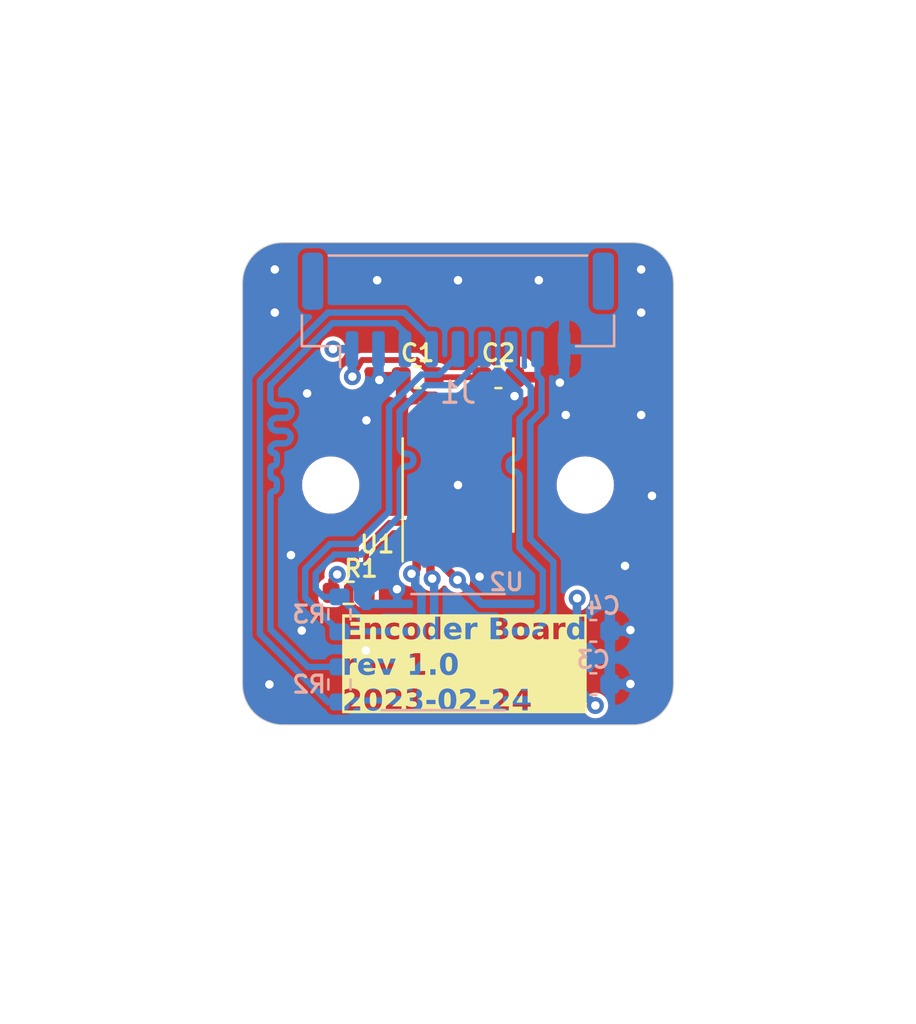
<source format=kicad_pcb>
(kicad_pcb (version 20221018) (generator pcbnew)
  (title_block (title "SN65LVDS050 to AS5048B Board") (date "2023-02-24") (rev "1.0") (comment 1 "creativecommons.org/licences/by/4.0/") (comment 2 "Licence: CC by 4.0") (comment 3 "Author: Jordan Aceto"))
  (layers (0 "F.Cu" signal) (1 "In1.Cu" signal) (2 "In2.Cu" signal) (31 "B.Cu" signal) (34 "B.Paste" user) (35 "F.Paste" user) (36 "B.SilkS" user "B.Silkscreen") (37 "F.SilkS" user "F.Silkscreen") (38 "B.Mask" user) (39 "F.Mask" user) (44 "Edge.Cuts" user))
  (net 0 "")
  (net 1 "GND")
  (net 2 "+3V3")
  (net 3 "Net-(U1-MOSI)")
  (net 4 "Net-(U1-~{CSn})")
  (net 5 "Net-(U1-CLK)")
  (net 6 "Net-(U1-MISO)")
  (net 13 "/2D-")
  (net 14 "/2D+")
  (net 15 "/2R-")
  (net 16 "/2R+")
  (net 17 "/1R-")
  (net 18 "/1R+")
  (footprint "MountingHole:MountingHole_2.2mm_M2" (layer "F.Cu") (at 154.59 101.6)
    (fp_text reference "H1" hide)
    (fp_text value "MountingHole" hide)
    (pad "" np_thru_hole circle locked (at 0 0) (size 2.2 2.2) (drill 2.2) (layers "*.Cu" "*.Mask"))
  )
  (footprint "MountingHole:MountingHole_2.2mm_M2" (layer "F.Cu") (at 142.59 101.6)
    (fp_text reference "H2" hide)
    (fp_text value "MountingHole" hide)
    (pad "" np_thru_hole circle locked (at 0 0) (size 2.2 2.2) (drill 2.2) (layers "*.Cu" "*.Mask"))
  )
  (footprint "Package_SO:TSSOP-14_4.4x5mm_P0.65mm" (layer "F.Cu") (at 148.59 101.6 90)
    (fp_text reference "U1" (at -2.794 -3.81) (layer "F.SilkS") (effects (font (size 0.8 0.8))))
    (fp_text value "AS5048A")
    (fp_line (start 0 -2.61) (end -3.6 -2.61) (stroke (width 0.12)) (layer "F.SilkS"))
    (fp_line (start 0 -2.61) (end 2.2 -2.61) (stroke (width 0.12)) (layer "F.SilkS"))
    (fp_line (start 0 2.61) (end -2.2 2.61) (stroke (width 0.12)) (layer "F.SilkS"))
    (fp_line (start 0 2.61) (end 2.2 2.61) (stroke (width 0.12)) (layer "F.SilkS"))
    (pad "1" smd roundrect locked (at -2.8625 -1.95 90) (size 1.475 0.4) (layers "F.Cu" "F.Paste" "F.Mask") (net 4 "Net-(U1-~{CSn})"))
    (pad "2" smd roundrect locked (at -2.8625 -1.3 90) (size 1.475 0.4) (layers "F.Cu" "F.Paste" "F.Mask") (net 5 "Net-(U1-CLK)"))
    (pad "3" smd roundrect locked (at -2.8625 -0.65 90) (size 1.475 0.4) (layers "F.Cu" "F.Paste" "F.Mask") (net 6 "Net-(U1-MISO)"))
    (pad "4" smd roundrect locked (at -2.8625 0 90) (size 1.475 0.4) (layers "F.Cu" "F.Paste" "F.Mask") (net 3 "Net-(U1-MOSI)"))
    (pad "5" smd roundrect locked (at -2.8625 0.65 90) (size 1.475 0.4) (layers "F.Cu" "F.Paste" "F.Mask") (net 1 "GND"))
    (pad "6" smd roundrect locked (at -2.8625 1.3 90) (size 1.475 0.4) (layers "F.Cu" "F.Paste" "F.Mask"))
    (pad "7" smd roundrect locked (at -2.8625 1.95 90) (size 1.475 0.4) (layers "F.Cu" "F.Paste" "F.Mask"))
    (pad "8" smd roundrect locked (at 2.8625 1.95 90) (size 1.475 0.4) (layers "F.Cu" "F.Paste" "F.Mask"))
    (pad "9" smd roundrect locked (at 2.8625 1.3 90) (size 1.475 0.4) (layers "F.Cu" "F.Paste" "F.Mask"))
    (pad "10" smd roundrect locked (at 2.8625 0.65 90) (size 1.475 0.4) (layers "F.Cu" "F.Paste" "F.Mask"))
    (pad "11" smd roundrect locked (at 2.8625 0 90) (size 1.475 0.4) (layers "F.Cu" "F.Paste" "F.Mask") (net 2 "+3V3"))
    (pad "12" smd roundrect locked (at 2.8625 -0.65 90) (size 1.475 0.4) (layers "F.Cu" "F.Paste" "F.Mask") (net 2 "+3V3"))
    (pad "13" smd roundrect locked (at 2.8625 -1.3 90) (size 1.475 0.4) (layers "F.Cu" "F.Paste" "F.Mask") (net 1 "GND"))
    (pad "14" smd roundrect locked (at 2.8625 -1.95 90) (size 1.475 0.4) (layers "F.Cu" "F.Paste" "F.Mask"))
  )
  (footprint "Capacitor_SMD:C_0603_1608Metric" (layer "F.Cu") (at 146.685 96.52 180)
    (fp_text reference "C1" (at 0 1.143) (layer "F.SilkS") (effects (font (size 0.8 0.8))))
    (fp_text value "10µF")
    (fp_line (start -0.14058 -0.51) (end 0.14058 -0.51) (stroke (width 0.12)) (layer "F.SilkS"))
    (fp_line (start -0.14058 0.51) (end 0.14058 0.51) (stroke (width 0.12)) (layer "F.SilkS"))
    (pad "1" smd roundrect (at -0.775 0 180) (size 0.9 0.95) (layers "F.Cu" "F.Paste" "F.Mask") (net 2 "+3V3"))
    (pad "2" smd roundrect (at 0.775 0 180) (size 0.9 0.95) (layers "F.Cu" "F.Paste" "F.Mask") (net 1 "GND"))
  )
  (footprint "Resistor_SMD:R_0603_1608Metric" (layer "F.Cu") (at 143.4338 106.68)
    (fp_text reference "R1" (at 0.5842 -1.143) (layer "F.SilkS") (effects (font (size 0.8 0.8))))
    (fp_text value "620")
    (fp_line (start -0.237258 -0.5225) (end 0.237258 -0.5225) (stroke (width 0.12)) (layer "F.SilkS"))
    (fp_line (start -0.237258 0.5225) (end 0.237258 0.5225) (stroke (width 0.12)) (layer "F.SilkS"))
    (pad "1" smd roundrect (at -0.825 0) (size 0.8 0.95) (layers "F.Cu" "F.Paste" "F.Mask") (net 2 "+3V3"))
    (pad "2" smd roundrect (at 0.825 0) (size 0.8 0.95) (layers "F.Cu" "F.Paste" "F.Mask") (net 3 "Net-(U1-MOSI)"))
  )
  (footprint "Capacitor_SMD:C_0603_1608Metric" (layer "F.Cu") (at 150.495 96.52)
    (fp_text reference "C2" (at 0 -1.143) (layer "F.SilkS") (effects (font (size 0.8 0.8))))
    (fp_text value "100nF")
    (fp_line (start -0.14058 -0.51) (end 0.14058 -0.51) (stroke (width 0.12)) (layer "F.SilkS"))
    (fp_line (start -0.14058 0.51) (end 0.14058 0.51) (stroke (width 0.12)) (layer "F.SilkS"))
    (pad "1" smd roundrect (at -0.775 0) (size 0.9 0.95) (layers "F.Cu" "F.Paste" "F.Mask") (net 2 "+3V3"))
    (pad "2" smd roundrect (at 0.775 0) (size 0.9 0.95) (layers "F.Cu" "F.Paste" "F.Mask") (net 1 "GND"))
  )
  (footprint "Package_SO:TSSOP-16_4.4x5mm_P0.65mm" (layer "B.Cu") (at 148.59 109.474)
    (fp_text reference "U2" (at 2.286 -3.302) (layer "B.SilkS") (effects (font (size 0.8 0.8)) (justify mirror)))
    (fp_text value "SN65LVDS050PW")
    (fp_line (start 0 -2.735) (end -2.2 -2.735) (stroke (width 0.12)) (layer "B.SilkS"))
    (fp_line (start 0 -2.735) (end 2.2 -2.735) (stroke (width 0.12)) (layer "B.SilkS"))
    (fp_line (start 0 2.735) (end -3.6 2.735) (stroke (width 0.12)) (layer "B.SilkS"))
    (fp_line (start 0 2.735) (end 2.2 2.735) (stroke (width 0.12)) (layer "B.SilkS"))
    (pad "1" smd roundrect (at -2.8625 2.275) (size 1.475 0.4) (layers "B.Cu" "B.Paste" "B.Mask") (net 17 "/1R-"))
    (pad "2" smd roundrect (at -2.8625 1.625) (size 1.475 0.4) (layers "B.Cu" "B.Paste" "B.Mask") (net 18 "/1R+"))
    (pad "3" smd roundrect (at -2.8625 0.975) (size 1.475 0.4) (layers "B.Cu" "B.Paste" "B.Mask") (net 5 "Net-(U1-CLK)"))
    (pad "4" smd roundrect (at -2.8625 0.325) (size 1.475 0.4) (layers "B.Cu" "B.Paste" "B.Mask") (net 1 "GND"))
    (pad "5" smd roundrect (at -2.8625 -0.325) (size 1.475 0.4) (layers "B.Cu" "B.Paste" "B.Mask") (net 4 "Net-(U1-~{CSn})"))
    (pad "6" smd roundrect (at -2.8625 -0.975) (size 1.475 0.4) (layers "B.Cu" "B.Paste" "B.Mask") (net 16 "/2R+"))
    (pad "7" smd roundrect (at -2.8625 -1.625) (size 1.475 0.4) (layers "B.Cu" "B.Paste" "B.Mask") (net 15 "/2R-"))
    (pad "8" smd roundrect (at -2.8625 -2.275) (size 1.475 0.4) (layers "B.Cu" "B.Paste" "B.Mask") (net 1 "GND"))
    (pad "9" smd roundrect (at 2.8625 -2.275) (size 1.475 0.4) (layers "B.Cu" "B.Paste" "B.Mask") (net 6 "Net-(U1-MISO)"))
    (pad "10" smd roundrect (at 2.8625 -1.625) (size 1.475 0.4) (layers "B.Cu" "B.Paste" "B.Mask") (net 14 "/2D+"))
    (pad "11" smd roundrect (at 2.8625 -0.975) (size 1.475 0.4) (layers "B.Cu" "B.Paste" "B.Mask") (net 13 "/2D-"))
    (pad "12" smd roundrect (at 2.8625 -0.325) (size 1.475 0.4) (layers "B.Cu" "B.Paste" "B.Mask") (net 2 "+3V3"))
    (pad "13" smd roundrect (at 2.8625 0.325) (size 1.475 0.4) (layers "B.Cu" "B.Paste" "B.Mask"))
    (pad "14" smd roundrect (at 2.8625 0.975) (size 1.475 0.4) (layers "B.Cu" "B.Paste" "B.Mask"))
    (pad "15" smd roundrect (at 2.8625 1.625) (size 1.475 0.4) (layers "B.Cu" "B.Paste" "B.Mask"))
    (pad "16" smd roundrect (at 2.8625 2.275) (size 1.475 0.4) (layers "B.Cu" "B.Paste" "B.Mask") (net 2 "+3V3"))
  )
  (footprint "Capacitor_SMD:C_0603_1608Metric" (layer "B.Cu") (at 154.97 110.983)
    (fp_text reference "C3" (at 0 -1.151) (layer "B.SilkS") (effects (font (size 0.8 0.8)) (justify mirror)))
    (fp_text value "100n")
    (fp_line (start -0.14058 -0.51) (end 0.14058 -0.51) (stroke (width 0.12)) (layer "B.SilkS"))
    (fp_line (start -0.14058 0.51) (end 0.14058 0.51) (stroke (width 0.12)) (layer "B.SilkS"))
    (pad "1" smd roundrect (at -0.775 0) (size 0.9 0.95) (layers "B.Cu" "B.Paste" "B.Mask") (net 2 "+3V3"))
    (pad "2" smd roundrect (at 0.775 0) (size 0.9 0.95) (layers "B.Cu" "B.Paste" "B.Mask") (net 1 "GND"))
  )
  (footprint "Resistor_SMD:R_0603_1608Metric" (layer "B.Cu") (at 143.002 107.696 -90)
    (fp_text reference "R3" (at 0 1.43 -180) (layer "B.SilkS") (effects (font (size 0.8 0.8)) (justify mirror)))
    (fp_text value "110")
    (fp_line (start -0.237258 -0.5225) (end 0.237258 -0.5225) (stroke (width 0.12)) (layer "B.SilkS"))
    (fp_line (start -0.237258 0.5225) (end 0.237258 0.5225) (stroke (width 0.12)) (layer "B.SilkS"))
    (pad "1" smd roundrect (at -0.825 0 270) (size 0.8 0.95) (layers "B.Cu" "B.Paste" "B.Mask") (net 15 "/2R-"))
    (pad "2" smd roundrect (at 0.825 0 270) (size 0.8 0.95) (layers "B.Cu" "B.Paste" "B.Mask") (net 16 "/2R+"))
  )
  (footprint "Connector_JST:JST_GH_SM09B-GHS-TB_1x09-1MP_P1.25mm_Horizontal" (layer "B.Cu") (at 148.59 93.345)
    (fp_text reference "J1" (at 0 3.9 180) (layer "B.SilkS") (effects (justify mirror)))
    (fp_text value "TO_ODRIVE")
    (fp_line (start -7.36 0.26) (end -7.36 1.71) (stroke (width 0.12)) (layer "B.SilkS"))
    (fp_line (start -7.36 1.71) (end -5.56 1.71) (stroke (width 0.12)) (layer "B.SilkS"))
    (fp_line (start -6.09 -2.56) (end 6.09 -2.56) (stroke (width 0.12)) (layer "B.SilkS"))
    (fp_line (start -5.56 1.71) (end -5.56 2.7) (stroke (width 0.12)) (layer "B.SilkS"))
    (fp_line (start 7.36 0.26) (end 7.36 1.71) (stroke (width 0.12)) (layer "B.SilkS"))
    (fp_line (start 7.36 1.71) (end 5.56 1.71) (stroke (width 0.12)) (layer "B.SilkS"))
    (pad "1" smd roundrect locked (at -5 1.85) (size 0.6 1.7) (layers "B.Cu" "B.Paste" "B.Mask") (net 2 "+3V3"))
    (pad "2" smd roundrect locked (at -3.75 1.85) (size 0.6 1.7) (layers "B.Cu" "B.Paste" "B.Mask") (net 1 "GND"))
    (pad "3" smd roundrect locked (at -2.5 1.85) (size 0.6 1.7) (layers "B.Cu" "B.Paste" "B.Mask") (net 18 "/1R+"))
    (pad "4" smd roundrect locked (at -1.25 1.85) (size 0.6 1.7) (layers "B.Cu" "B.Paste" "B.Mask") (net 17 "/1R-"))
    (pad "5" smd roundrect locked (at 0 1.85) (size 0.6 1.7) (layers "B.Cu" "B.Paste" "B.Mask") (net 16 "/2R+"))
    (pad "6" smd roundrect locked (at 1.25 1.85) (size 0.6 1.7) (layers "B.Cu" "B.Paste" "B.Mask") (net 15 "/2R-"))
    (pad "7" smd roundrect locked (at 2.5 1.85) (size 0.6 1.7) (layers "B.Cu" "B.Paste" "B.Mask") (net 14 "/2D+"))
    (pad "8" smd roundrect locked (at 3.75 1.85) (size 0.6 1.7) (layers "B.Cu" "B.Paste" "B.Mask") (net 13 "/2D-"))
    (pad "9" smd roundrect locked (at 5 1.85) (size 0.6 1.7) (layers "B.Cu" "B.Paste" "B.Mask") (net 1 "GND"))
    (pad "MP" smd roundrect locked (at -6.85 -1.35) (size 1 2.7) (layers "B.Cu" "B.Paste" "B.Mask"))
    (pad "MP" smd roundrect locked (at 6.85 -1.35) (size 1 2.7) (layers "B.Cu" "B.Paste" "B.Mask"))
  )
  (footprint "Resistor_SMD:R_0603_1608Metric" (layer "B.Cu") (at 143.002 110.998 -90)
    (fp_text reference "R2" (at 0 1.43 -180) (layer "B.SilkS") (effects (font (size 0.8 0.8)) (justify mirror)))
    (fp_text value "110")
    (fp_line (start -0.237258 -0.5225) (end 0.237258 -0.5225) (stroke (width 0.12)) (layer "B.SilkS"))
    (fp_line (start -0.237258 0.5225) (end 0.237258 0.5225) (stroke (width 0.12)) (layer "B.SilkS"))
    (pad "1" smd roundrect (at -0.825 0 270) (size 0.8 0.95) (layers "B.Cu" "B.Paste" "B.Mask") (net 18 "/1R+"))
    (pad "2" smd roundrect (at 0.825 0 270) (size 0.8 0.95) (layers "B.Cu" "B.Paste" "B.Mask") (net 17 "/1R-"))
  )
  (footprint "Capacitor_SMD:C_0603_1608Metric" (layer "B.Cu") (at 154.97 108.473)
    (fp_text reference "C4" (at 0.478 -1.181) (layer "B.SilkS") (effects (font (size 0.8 0.8)) (justify mirror)))
    (fp_text value "1n")
    (fp_line (start -0.14058 -0.51) (end 0.14058 -0.51) (stroke (width 0.12)) (layer "B.SilkS"))
    (fp_line (start -0.14058 0.51) (end 0.14058 0.51) (stroke (width 0.12)) (layer "B.SilkS"))
    (pad "1" smd roundrect (at -0.775 0) (size 0.9 0.95) (layers "B.Cu" "B.Paste" "B.Mask") (net 2 "+3V3"))
    (pad "2" smd roundrect (at 0.775 0) (size 0.9 0.95) (layers "B.Cu" "B.Paste" "B.Mask") (net 1 "GND"))
  )
  (gr_arc (start 156.845 90.17) (mid 158.192038 90.727962) (end 158.75 92.075) (stroke (width 0.05)) (layer "Edge.Cuts"))
  (gr_line (start 156.845 90.17) (end 140.335 90.17) (stroke (width 0.05)) (layer "Edge.Cuts"))
  (gr_arc (start 158.75 110.998) (mid 158.192038 112.345038) (end 156.845 112.903) (stroke (width 0.05)) (layer "Edge.Cuts"))
  (gr_line (start 138.43 92.075) (end 138.43 110.998) (stroke (width 0.05)) (layer "Edge.Cuts"))
  (gr_line (start 158.75 110.998) (end 158.75 92.075) (stroke (width 0.05)) (layer "Edge.Cuts"))
  (gr_arc (start 140.335 112.903) (mid 138.987962 112.345038) (end 138.43 110.998) (stroke (width 0.05)) (layer "Edge.Cuts"))
  (gr_line (start 140.335 112.903) (end 156.845 112.903) (stroke (width 0.05)) (layer "Edge.Cuts"))
  (gr_arc (start 138.43 92.075) (mid 138.987962 90.727962) (end 140.335 90.17) (stroke (width 0.05)) (layer "Edge.Cuts"))
  (gr_text "Encoder Board\nrev 1.0\n2023-02-24" (at 143.129 112.395) (layer "F.SilkS" knockout) (effects (font (size 1 1) (thickness 0.2) bold) (justify left bottom)))
  (segment (start 149.24 104.4625) (end 149.24 105.552) (width 0.4) (layer "F.Cu") (net 1))
  (segment (start 147.29 97.9) (end 145.91 96.52) (width 0.275) (layer "F.Cu") (net 1))
  (segment (start 151.27 96.52) (end 151.257 96.533) (width 0.275) (layer "F.Cu") (net 1))
  (segment (start 145.783 96.647) (end 145.91 96.52) (width 0.275) (layer "F.Cu") (net 1))
  (segment (start 151.257 96.533) (end 151.257 97.409) (width 0.275) (layer "F.Cu") (net 1))
  (segment (start 147.29 98.7375) (end 147.29 97.9) (width 0.275) (layer "F.Cu") (net 1))
  (segment (start 144.8816 96.647) (end 145.783 96.647) (width 0.275) (layer "F.Cu") (net 1))
  (segment (start 149.24 105.552) (end 149.606 105.918) (width 0.4) (layer "F.Cu") (net 1))
  (via (at 156.464 105.41) (size 0.8) (drill 0.4) (layers "F.Cu" "B.Cu") (net 1))
  (via (at 157.226 91.44) (size 0.8) (drill 0.4) (layers "F.Cu" "B.Cu") (net 1))
  (via (at 153.67 98.298) (size 0.8) (drill 0.4) (layers "F.Cu" "B.Cu") (net 1))
  (via (at 149.606 105.918) (size 0.8) (drill 0.4) (layers "F.Cu" "B.Cu") (net 1))
  (via (at 144.8816 96.647) (size 0.8) (drill 0.4) (layers "F.Cu" "B.Cu") (net 1))
  (via (at 157.734 102.108) (size 0.8) (drill 0.4) (layers "F.Cu" "B.Cu") (net 1))
  (via (at 157.226 93.472) (size 0.8) (drill 0.4) (layers "F.Cu" "B.Cu") (net 1))
  (via (at 139.954 91.44) (size 0.8) (drill 0.4) (layers "F.Cu" "B.Cu") (net 1))
  (via (at 141.478 97.282) (size 0.8) (drill 0.4) (layers "F.Cu" "B.Cu") (net 1))
  (via (at 139.954 93.472) (size 0.8) (drill 0.4) (layers "F.Cu" "B.Cu") (net 1))
  (via (at 152.4 91.948) (size 0.8) (drill 0.4) (layers "F.Cu" "B.Cu") (net 1))
  (via (at 153.3906 96.774) (size 0.8) (drill 0.4) (layers "F.Cu" "B.Cu") (net 1))
  (via (at 144.2466 109.3978) (size 0.8) (drill 0.4) (layers "F.Cu" "B.Cu") (net 1))
  (via (at 144.78 91.948) (size 0.8) (drill 0.4) (layers "F.Cu" "B.Cu") (net 1))
  (via (at 151.257 97.409) (size 0.8) (drill 0.4) (layers "F.Cu" "B.Cu") (net 1))
  (via (at 148.59 101.6) (size 0.8) (drill 0.4) (layers "F.Cu" "B.Cu") (net 1))
  (via (at 148.59 91.948) (size 0.8) (drill 0.4) (layers "F.Cu" "B.Cu") (net 1))
  (via (at 144.272 98.552) (size 0.8) (drill 0.4) (layers "F.Cu" "B.Cu") (net 1))
  (via (at 139.7 110.998) (size 0.8) (drill 0.4) (layers "F.Cu" "B.Cu") (net 1))
  (via (at 141.224 108.458) (size 0.8) (drill 0.4) (layers "F.Cu" "B.Cu") (net 1))
  (via (at 157.226 98.298) (size 0.8) (drill 0.4) (layers "F.Cu" "B.Cu") (net 1))
  (via (at 140.716 104.902) (size 0.8) (drill 0.4) (layers "F.Cu" "B.Cu") (net 1))
  (via (at 145.71433 106.507926) (size 0.8) (drill 0.4) (layers "F.Cu" "B.Cu") (net 1))
  (via (at 156.718 108.435) (size 0.8) (drill 0.4) (layers "F.Cu" "B.Cu") (net 1))
  (via (at 156.718 110.975) (size 0.8) (drill 0.4) (layers "F.Cu" "B.Cu") (net 1))
  (segment (start 156.71 110.983) (end 156.718 110.975) (width 0.4) (layer "B.Cu") (net 1))
  (segment (start 145.7275 107.199) (end 145.7275 106.521096) (width 0.4) (layer "B.Cu") (net 1))
  (segment (start 153.59 95.195) (end 153.59 96.5746) (width 0.4) (layer "B.Cu") (net 1))
  (segment (start 155.745 110.983) (end 156.71 110.983) (width 0.4) (layer "B.Cu") (net 1))
  (segment (start 144.84 95.195) (end 144.84 96.6054) (width 0.4) (layer "B.Cu") (net 1))
  (segment (start 145.7275 106.521096) (end 145.71433 106.507926) (width 0.4) (layer "B.Cu") (net 1))
  (segment (start 153.59 96.5746) (end 153.3906 96.774) (width 0.4) (layer "B.Cu") (net 1))
  (segment (start 156.68 108.473) (end 156.718 108.435) (width 0.4) (layer "B.Cu") (net 1))
  (segment (start 144.84 96.6054) (end 144.8816 96.647) (width 0.4) (layer "B.Cu") (net 1))
  (segment (start 144.6478 109.799) (end 145.7275 109.799) (width 0.3) (layer "B.Cu") (net 1))
  (segment (start 155.745 108.473) (end 156.68 108.473) (width 0.4) (layer "B.Cu") (net 1))
  (segment (start 144.2466 109.3978) (end 144.6478 109.799) (width 0.3) (layer "B.Cu") (net 1))
  (segment (start 155.745 110.983) (end 155.745 108.473) (width 0.4) (layer "B.Cu") (net 1))
  (segment (start 148.59 97.536) (end 147.955 97.536) (width 0.275) (layer "F.Cu") (net 2))
  (segment (start 148.59 97.536) (end 149.606 96.52) (width 0.275) (layer "F.Cu") (net 2))
  (segment (start 142.6088 106.101154) (end 142.896977 105.812977) (width 0.275) (layer "F.Cu") (net 2))
  (segment (start 144.0685 95.7075) (end 146.6475 95.7075) (width 0.275) (layer "F.Cu") (net 2))
  (segment (start 148.59 98.7375) (end 148.59 97.536) (width 0.275) (layer "F.Cu") (net 2))
  (segment (start 149.606 96.52) (end 149.72 96.52) (width 0.275) (layer "F.Cu") (net 2))
  (segment (start 142.6088 106.68) (end 142.6088 106.101154) (width 0.275) (layer "F.Cu") (net 2))
  (segment (start 143.6116 96.4946) (end 144.0685 95.7075) (width 0.275) (layer "F.Cu") (net 2))
  (segment (start 147.955 98.7225) (end 147.94 98.7375) (width 0.275) (layer "F.Cu") (net 2))
  (segment (start 147.46 96.52) (end 149.72 96.52) (width 0.275) (layer "F.Cu") (net 2))
  (segment (start 146.6475 95.7075) (end 147.46 96.52) (width 0.275) (layer "F.Cu") (net 2))
  (segment (start 147.955 97.536) (end 147.955 98.7225) (width 0.275) (layer "F.Cu") (net 2))
  (via (at 143.6116 96.4946) (size 0.8) (drill 0.4) (layers "F.Cu" "B.Cu") (net 2))
  (via (at 142.896977 105.812977) (size 0.8) (drill 0.4) (layers "F.Cu" "B.Cu") (net 2))
  (via (at 142.6972 95.195) (size 0.8) (drill 0.4) (layers "F.Cu" "B.Cu") (net 2))
  (via (at 154.208518 106.934) (size 0.8) (drill 0.4) (layers "F.Cu" "B.Cu") (net 2))
  (via (at 155.067 111.991) (size 0.8) (drill 0.4) (layers "F.Cu" "B.Cu") (net 2))
  (segment (start 154.208518 106.934) (end 154.195 107.443554) (width 0.4) (layer "B.Cu") (net 2))
  (segment (start 143.59 96.186) (end 143.59 95.195) (width 0.4) (layer "B.Cu") (net 2))
  (segment (start 154.195 109.093) (end 154.195 108.473) (width 0.4) (layer "B.Cu") (net 2))
  (segment (start 154.195 111.119) (end 155.067 111.991) (width 0.4) (layer "B.Cu") (net 2))
  (segment (start 154.195 107.443554) (end 154.195 108.473) (width 0.4) (layer "B.Cu") (net 2))
  (segment (start 154.195 110.983) (end 154.195 109.093) (width 0.4) (layer "B.Cu") (net 2))
  (segment (start 154.139 109.149) (end 154.195 109.093) (width 0.4) (layer "B.Cu") (net 2))
  (segment (start 142.6972 95.195) (end 143.59 95.195) (width 0.4) (layer "B.Cu") (net 2))
  (segment (start 151.4525 109.149) (end 154.139 109.149) (width 0.4) (layer "B.Cu") (net 2))
  (segment (start 154.195 110.983) (end 154.195 111.119) (width 0.4) (layer "B.Cu") (net 2))
  (segment (start 151.4525 111.749) (end 153.429 111.749) (width 0.4) (layer "B.Cu") (net 2))
  (segment (start 143.6116 96.4946) (end 143.59 96.186) (width 0.4) (layer "B.Cu") (net 2))
  (segment (start 153.429 111.749) (end 154.195 110.983) (width 0.4) (layer "B.Cu") (net 2))
  (segment (start 148.221218 103.3875) (end 145.3547 103.3875) (width 0.275) (layer "F.Cu") (net 3))
  (segment (start 144.2588 104.4834) (end 144.2588 106.68) (width 0.275) (layer "F.Cu") (net 3))
  (segment (start 148.59 104.4625) (end 148.59 103.756282) (width 0.275) (layer "F.Cu") (net 3))
  (segment (start 148.59 103.756282) (end 148.221218 103.3875) (width 0.275) (layer "F.Cu") (net 3))
  (segment (start 145.3547 103.3875) (end 144.2588 104.4834) (width 0.275) (layer "F.Cu") (net 3))
  (segment (start 146.64 105.542785) (end 146.401074 105.781711) (width 0.4) (layer "F.Cu") (net 4))
  (segment (start 146.64 104.4625) (end 146.64 105.542785) (width 0.4) (layer "F.Cu") (net 4))
  (via (at 146.401074 105.781711) (size 0.8) (drill 0.4) (layers "F.Cu" "B.Cu") (net 4))
  (segment (start 146.864999 106.632127) (end 146.574538 106.341666) (width 0.4) (layer "B.Cu") (net 4))
  (segment (start 146.864999 108.806108) (end 146.864999 106.632127) (width 0.4) (layer "B.Cu") (net 4))
  (segment (start 146.574538 106.341666) (end 146.574538 105.955175) (width 0.4) (layer "B.Cu") (net 4))
  (segment (start 146.574538 105.955175) (end 146.401074 105.781711) (width 0.4) (layer "B.Cu") (net 4))
  (segment (start 146.522107 109.149) (end 146.864999 108.806108) (width 0.4) (layer "B.Cu") (net 4))
  (segment (start 145.7275 109.149) (end 146.522107 109.149) (width 0.4) (layer "B.Cu") (net 4))
  (segment (start 147.29 105.926464) (end 147.374038 106.010502) (width 0.4) (layer "F.Cu") (net 5))
  (segment (start 147.29 104.4625) (end 147.29 105.926464) (width 0.4) (layer "F.Cu") (net 5))
  (via (at 147.374038 106.010502) (size 0.8) (drill 0.4) (layers "F.Cu" "B.Cu") (net 5))
  (segment (start 147.4645 109.506607) (end 147.4645 106.100964) (width 0.4) (layer "B.Cu") (net 5))
  (segment (start 146.522107 110.449) (end 147.4645 109.506607) (width 0.4) (layer "B.Cu") (net 5))
  (segment (start 145.7275 110.449) (end 146.522107 110.449) (width 0.4) (layer "B.Cu") (net 5))
  (segment (start 147.4645 106.100964) (end 147.374038 106.010502) (width 0.4) (layer "B.Cu") (net 5))
  (segment (start 147.94 105.4458) (end 147.94 104.4625) (width 0.4) (layer "F.Cu") (net 6))
  (segment (start 148.5646 106.0704) (end 147.94 105.4458) (width 0.4) (layer "F.Cu") (net 6))
  (via (at 148.5646 106.0704) (size 0.8) (drill 0.4) (layers "F.Cu" "B.Cu") (net 6))
  (segment (start 151.4525 107.199) (end 149.6932 107.199) (width 0.4) (layer "B.Cu") (net 6))
  (segment (start 149.6932 107.199) (end 148.5646 106.0704) (width 0.4) (layer "B.Cu") (net 6))
  (segment (start 152.527 98.1456) (end 152.527 96.6216) (width 0.3) (layer "B.Cu") (net 13))
  (segment (start 153.0858 105.2322) (end 151.996 104.1424) (width 0.3) (layer "B.Cu") (net 13))
  (segment (start 151.4525 108.499) (end 152.232797 108.499) (width 0.3) (layer "B.Cu") (net 13))
  (segment (start 153.0858 107.645997) (end 153.0858 105.2322) (width 0.3) (layer "B.Cu") (net 13))
  (segment (start 152.232797 108.499) (end 153.0858 107.645997) (width 0.3) (layer "B.Cu") (net 13))
  (segment (start 152.527 96.6216) (end 152.34 96.4346) (width 0.3) (layer "B.Cu") (net 13))
  (segment (start 151.996 98.6766) (end 152.527 98.1456) (width 0.3) (layer "B.Cu") (net 13))
  (segment (start 151.996 104.1424) (end 151.996 98.6766) (width 0.3) (layer "B.Cu") (net 13))
  (segment (start 152.34 96.4346) (end 152.34 95.195) (width 0.3) (layer "B.Cu") (net 13))
  (segment (start 151.4856 98.4758) (end 151.4856 100.1014) (width 0.3) (layer "B.Cu") (net 14))
  (segment (start 151.4856 101.3014) (end 151.4856 104.5586) (width 0.3) (layer "B.Cu") (net 14))
  (segment (start 151.230425 100.356575) (end 151.230424 100.356575) (width 0.3) (layer "B.Cu") (net 14))
  (segment (start 151.09 95.195) (end 151.09 96.0482) (width 0.3) (layer "B.Cu") (net 14))
  (segment (start 150.975249 100.61175) (end 150.975249 100.7014) (width 0.3) (layer "B.Cu") (net 14))
  (segment (start 152.586299 105.659299) (end 152.586299 107.439097) (width 0.3) (layer "B.Cu") (net 14))
  (segment (start 152.019 97.9424) (end 151.4856 98.4758) (width 0.3) (layer "B.Cu") (net 14))
  (segment (start 151.230424 100.956575) (end 151.230425 100.956575) (width 0.3) (layer "B.Cu") (net 14))
  (segment (start 152.176395 107.849) (end 151.4525 107.849) (width 0.3) (layer "B.Cu") (net 14))
  (segment (start 151.4856 101.21175) (end 151.4856 101.3014) (width 0.3) (layer "B.Cu") (net 14))
  (segment (start 151.09 96.0482) (end 152.019 96.9772) (width 0.3) (layer "B.Cu") (net 14))
  (segment (start 152.586299 107.439097) (end 152.176395 107.849) (width 0.3) (layer "B.Cu") (net 14))
  (segment (start 151.4856 104.5586) (end 152.586299 105.659299) (width 0.3) (layer "B.Cu") (net 14))
  (segment (start 152.019 96.9772) (end 152.019 97.9424) (width 0.3) (layer "B.Cu") (net 14))
  (arc (start 151.230424 100.356575) (mid 151.049988 100.431314) (end 150.975249 100.61175) (width 0.3) (layer "B.Cu") (net 14))
  (arc (start 151.230425 100.956575) (mid 151.410861 101.031314) (end 151.4856 101.21175) (width 0.3) (layer "B.Cu") (net 14))
  (arc (start 150.975249 100.7014) (mid 151.049988 100.881836) (end 151.230424 100.956575) (width 0.3) (layer "B.Cu") (net 14))
  (arc (start 151.4856 100.1014) (mid 151.410861 100.281836) (end 151.230425 100.356575) (width 0.3) (layer "B.Cu") (net 14))
  (segment (start 146.138301 100.122) (end 146.190522 100.122) (width 0.3) (layer "B.Cu") (net 15))
  (segment (start 149.84 95.195) (end 149.84 95.502107) (width 0.3) (layer "B.Cu") (net 15))
  (segment (start 142.2532 106.871) (end 143.002 106.871) (width 0.3) (layer "B.Cu") (net 15))
  (segment (start 146.190522 100.722) (end 146.138301 100.722) (width 0.3) (layer "B.Cu") (net 15))
  (segment (start 141.8844 105.7656) (end 141.8844 106.5022) (width 0.3) (layer "B.Cu") (net 15))
  (segment (start 145.838301 98.129403) (end 145.838301 99.822) (width 0.3) (layer "B.Cu") (net 15))
  (segment (start 145.7275 107.849) (end 143.98 107.849) (width 0.3) (layer "B.Cu") (net 15))
  (segment (start 145.838301 103.0563) (end 144.018 104.8766) (width 0.3) (layer "B.Cu") (net 15))
  (segment (start 147.073203 96.894501) (end 145.838301 98.129403) (width 0.3) (layer "B.Cu") (net 15))
  (segment (start 142.7734 104.8766) (end 141.8844 105.7656) (width 0.3) (layer "B.Cu") (net 15))
  (segment (start 148.447606 96.894501) (end 147.073203 96.894501) (width 0.3) (layer "B.Cu") (net 15))
  (segment (start 141.8844 106.5022) (end 142.2532 106.871) (width 0.3) (layer "B.Cu") (net 15))
  (segment (start 143.98 107.849) (end 143.002 106.871) (width 0.3) (layer "B.Cu") (net 15))
  (segment (start 145.838301 102.763974) (end 145.838301 103.0563) (width 0.3) (layer "B.Cu") (net 15))
  (segment (start 144.018 104.8766) (end 142.7734 104.8766) (width 0.3) (layer "B.Cu") (net 15))
  (segment (start 145.838301 101.022) (end 145.838301 102.763974) (width 0.3) (layer "B.Cu") (net 15))
  (segment (start 149.84 95.502107) (end 148.447606 96.894501) (width 0.3) (layer "B.Cu") (net 15))
  (arc (start 146.190522 100.122) (mid 146.402654 100.209868) (end 146.490522 100.422) (width 0.3) (layer "B.Cu") (net 15))
  (arc (start 146.138301 100.722) (mid 145.926169 100.809868) (end 145.838301 101.022) (width 0.3) (layer "B.Cu") (net 15))
  (arc (start 145.838301 99.822) (mid 145.926169 100.034132) (end 146.138301 100.122) (width 0.3) (layer "B.Cu") (net 15))
  (arc (start 146.490522 100.422) (mid 146.402654 100.634132) (end 146.190522 100.722) (width 0.3) (layer "B.Cu") (net 15))
  (segment (start 146.865598 96.395) (end 145.3388 97.921798) (width 0.3) (layer "B.Cu") (net 16))
  (segment (start 141.384899 106.903899) (end 143.002 108.521) (width 0.3) (layer "B.Cu") (net 16))
  (segment (start 141.384899 105.5587) (end 141.384899 106.903899) (width 0.3) (layer "B.Cu") (net 16))
  (segment (start 148.59 95.502107) (end 147.697107 96.395) (width 0.3) (layer "B.Cu") (net 16))
  (segment (start 143.024 108.499) (end 143.002 108.521) (width 0.3) (layer "B.Cu") (net 16))
  (segment (start 142.566499 104.377099) (end 141.384899 105.5587) (width 0.3) (layer "B.Cu") (net 16))
  (segment (start 145.3388 97.921798) (end 145.3388 102.849399) (width 0.3) (layer "B.Cu") (net 16))
  (segment (start 145.7275 108.499) (end 143.024 108.499) (width 0.3) (layer "B.Cu") (net 16))
  (segment (start 147.697107 96.395) (end 146.865598 96.395) (width 0.3) (layer "B.Cu") (net 16))
  (segment (start 145.3388 102.849399) (end 143.8111 104.377099) (width 0.3) (layer "B.Cu") (net 16))
  (segment (start 148.59 95.195) (end 148.59 95.502107) (width 0.3) (layer "B.Cu") (net 16))
  (segment (start 143.8111 104.377099) (end 142.566499 104.377099) (width 0.3) (layer "B.Cu") (net 16))
  (segment (start 147.34 94.762) (end 146.05 93.472) (width 0.3) (layer "B.Cu") (net 17))
  (segment (start 146.05 93.472) (end 142.461528 93.472) (width 0.3) (layer "B.Cu") (net 17))
  (segment (start 139.251299 108.614101) (end 142.460198 111.823) (width 0.3) (layer "B.Cu") (net 17))
  (segment (start 142.460198 111.823) (end 143.002 111.823) (width 0.3) (layer "B.Cu") (net 17))
  (segment (start 145.7275 111.749) (end 143.076 111.749) (width 0.3) (layer "B.Cu") (net 17))
  (segment (start 139.251299 96.68223) (end 139.251299 108.614101) (width 0.3) (layer "B.Cu") (net 17))
  (segment (start 147.34 95.195) (end 147.34 94.762) (width 0.3) (layer "B.Cu") (net 17))
  (segment (start 142.461528 93.472) (end 139.251299 96.68223) (width 0.3) (layer "B.Cu") (net 17))
  (segment (start 143.076 111.749) (end 143.002 111.823) (width 0.3) (layer "B.Cu") (net 17))
  (segment (start 139.7508 100.83826) (end 139.7508 101.13826) (width 0.3) (layer "B.Cu") (net 18))
  (segment (start 139.7508 96.88913) (end 139.7508 97.536) (width 0.3) (layer "B.Cu") (net 18))
  (segment (start 142.668429 93.971501) (end 139.7508 96.88913) (width 0.3) (layer "B.Cu") (net 18))
  (segment (start 140.0508 99.03826) (end 140.401142 99.03826) (width 0.3) (layer "B.Cu") (net 18))
  (segment (start 146.09 95.195) (end 146.0754 95.1804) (width 0.3) (layer "B.Cu") (net 18))
  (segment (start 140.0508 100.23826) (end 140.0508 100.53826) (width 0.3) (layer "B.Cu") (net 18))
  (segment (start 139.7508 102.03826) (end 139.7508 102.33826) (width 0.3) (layer "B.Cu") (net 18))
  (segment (start 139.7508 108.4072) (end 141.5166 110.173) (width 0.3) (layer "B.Cu") (net 18))
  (segment (start 140.401142 99.63826) (end 140.0508 99.63826) (width 0.3) (layer "B.Cu") (net 18))
  (segment (start 139.7508 98.736) (end 139.7508 98.73826) (width 0.3) (layer "B.Cu") (net 18))
  (segment (start 145.7275 111.099) (end 143.928 111.099) (width 0.3) (layer "B.Cu") (net 18))
  (segment (start 140.4508 98.436) (end 140.0508 98.436) (width 0.3) (layer "B.Cu") (net 18))
  (segment (start 139.7508 102.33826) (end 139.7508 108.4072) (width 0.3) (layer "B.Cu") (net 18))
  (segment (start 146.0754 94.4118) (end 145.635101 93.971501) (width 0.3) (layer "B.Cu") (net 18))
  (segment (start 140.0508 97.836) (end 140.4508 97.836) (width 0.3) (layer "B.Cu") (net 18))
  (segment (start 146.0754 95.1804) (end 146.0754 94.4118) (width 0.3) (layer "B.Cu") (net 18))
  (segment (start 143.928 111.099) (end 143.002 110.173) (width 0.3) (layer "B.Cu") (net 18))
  (segment (start 140.0508 101.43826) (end 140.0508 101.73826) (width 0.3) (layer "B.Cu") (net 18))
  (segment (start 141.5166 110.173) (end 143.002 110.173) (width 0.3) (layer "B.Cu") (net 18))
  (segment (start 145.635101 93.971501) (end 142.668429 93.971501) (width 0.3) (layer "B.Cu") (net 18))
  (arc (start 140.4508 97.836) (mid 140.662932 97.923868) (end 140.7508 98.136) (width 0.3) (layer "B.Cu") (net 18))
  (arc (start 140.0508 100.53826) (mid 140.006866 100.644326) (end 139.9008 100.68826) (width 0.3) (layer "B.Cu") (net 18))
  (arc (start 140.7508 98.136) (mid 140.662932 98.348132) (end 140.4508 98.436) (width 0.3) (layer "B.Cu") (net 18))
  (arc (start 139.7508 98.73826) (mid 139.838668 98.950392) (end 140.0508 99.03826) (width 0.3) (layer "B.Cu") (net 18))
  (arc (start 139.7508 99.93826) (mid 139.794734 100.044326) (end 139.9008 100.08826) (width 0.3) (layer "B.Cu") (net 18))
  (arc (start 139.9008 101.28826) (mid 140.006866 101.332194) (end 140.0508 101.43826) (width 0.3) (layer "B.Cu") (net 18))
  (arc (start 139.7508 101.13826) (mid 139.794734 101.244326) (end 139.9008 101.28826) (width 0.3) (layer "B.Cu") (net 18))
  (arc (start 140.0508 99.63826) (mid 139.838668 99.726128) (end 139.7508 99.93826) (width 0.3) (layer "B.Cu") (net 18))
  (arc (start 139.9008 100.08826) (mid 140.006866 100.132194) (end 140.0508 100.23826) (width 0.3) (layer "B.Cu") (net 18))
  (arc (start 140.0508 98.436) (mid 139.838668 98.523868) (end 139.7508 98.736) (width 0.3) (layer "B.Cu") (net 18))
  (arc (start 139.9008 100.68826) (mid 139.794734 100.732194) (end 139.7508 100.83826) (width 0.3) (layer "B.Cu") (net 18))
  (arc (start 139.9008 101.88826) (mid 139.794734 101.932194) (end 139.7508 102.03826) (width 0.3) (layer "B.Cu") (net 18))
  (arc (start 140.0508 101.73826) (mid 140.006866 101.844326) (end 139.9008 101.88826) (width 0.3) (layer "B.Cu") (net 18))
  (arc (start 140.701142 99.33826) (mid 140.613274 99.550392) (end 140.401142 99.63826) (width 0.3) (layer "B.Cu") (net 18))
  (arc (start 139.7508 97.536) (mid 139.838668 97.748132) (end 140.0508 97.836) (width 0.3) (layer "B.Cu") (net 18))
  (arc (start 140.401142 99.03826) (mid 140.613274 99.126128) (end 140.701142 99.33826) (width 0.3) (layer "B.Cu") (net 18))
  (zone (net 1) (net_name "GND") (layer "F.Cu") (priority 2) (connect_pads (clearance 0)) (min_thickness 0.25) (fill yes (thermal_gap 0.5) (thermal_bridge_width 0.5))
    (polygon (pts (xy 129.54 81.28) (xy 129.54 124.46) (xy 167.64 124.46) (xy 167.64 81.28)))
  )
  (zone (net 1) (net_name "GND") (layer "B.Cu") (priority 3) (connect_pads (clearance 0)) (min_thickness 0.25) (fill yes (thermal_gap 0.5) (thermal_bridge_width 0.5))
    (polygon (pts (xy 127 127) (xy 170.18 127) (xy 170.18 78.74) (xy 127 78.74)))
  )
)
</source>
